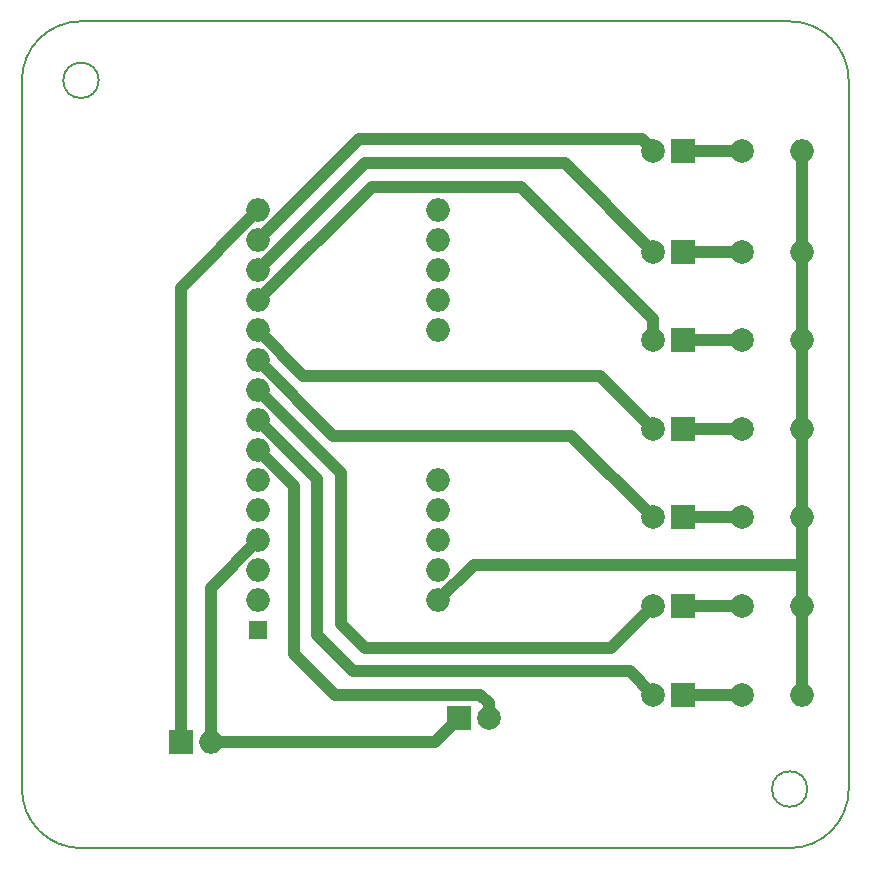
<source format=gbr>
%TF.GenerationSoftware,KiCad,Pcbnew,8.0.7*%
%TF.CreationDate,2025-02-21T11:06:21-03:00*%
%TF.ProjectId,_autosave-Quantum_arduino,5f617574-6f73-4617-9665-2d5175616e74,rev?*%
%TF.SameCoordinates,Original*%
%TF.FileFunction,Profile,NP*%
%FSLAX46Y46*%
G04 Gerber Fmt 4.6, Leading zero omitted, Abs format (unit mm)*
G04 Created by KiCad (PCBNEW 8.0.7) date 2025-02-21 11:06:21*
%MOMM*%
%LPD*%
G01*
G04 APERTURE LIST*
%TA.AperFunction,Profile*%
%ADD10C,0.200000*%
%TD*%
%TA.AperFunction,ComponentPad*%
%ADD11R,2.000000X2.000000*%
%TD*%
%TA.AperFunction,ComponentPad*%
%ADD12C,2.000000*%
%TD*%
%TA.AperFunction,ComponentPad*%
%ADD13O,2.000000X2.000000*%
%TD*%
%TA.AperFunction,ComponentPad*%
%ADD14R,1.600000X1.600000*%
%TD*%
%TA.AperFunction,ComponentPad*%
%ADD15O,0.100000X0.100000*%
%TD*%
%TA.AperFunction,Conductor*%
%ADD16C,1.000000*%
%TD*%
%TA.AperFunction,Conductor*%
%ADD17C,0.200000*%
%TD*%
G04 APERTURE END LIST*
D10*
X103927620Y-50000000D02*
G75*
G02*
X100927620Y-50000000I-1500000J0D01*
G01*
X100927620Y-50000000D02*
G75*
G02*
X103927620Y-50000000I1500000J0D01*
G01*
X97427620Y-50000000D02*
X97427620Y-110000000D01*
X102427620Y-115000000D02*
G75*
G02*
X97427600Y-110000000I-20J5000000D01*
G01*
X167427620Y-110000000D02*
G75*
G02*
X162427620Y-115000020I-5000020J0D01*
G01*
X163927620Y-110000000D02*
G75*
G02*
X160927620Y-110000000I-1500000J0D01*
G01*
X160927620Y-110000000D02*
G75*
G02*
X163927620Y-110000000I1500000J0D01*
G01*
X97427620Y-50000000D02*
G75*
G02*
X102427620Y-45000020I4999980J0D01*
G01*
X162427620Y-45000000D02*
G75*
G02*
X167427600Y-50000000I-20J-5000000D01*
G01*
X102427620Y-115000000D02*
X162427620Y-115000000D01*
X167427620Y-110000000D02*
X167427620Y-50000000D01*
X162427620Y-45000000D02*
X102427620Y-45000000D01*
D11*
%TO.P,Qubit0,1,K*%
%TO.N,Net-(Qubit0-K)*%
X153427620Y-56000000D03*
D12*
%TO.P,Qubit0,2,A*%
%TO.N,Net-(A1-D11)*%
X150887620Y-56000000D03*
%TD*%
D11*
%TO.P,Superposition1,1,K*%
%TO.N,Net-(J1-Pin_2)*%
X134427620Y-104000000D03*
D12*
%TO.P,Superposition1,2,A*%
%TO.N,Net-(A1-D4)*%
X136967620Y-104000000D03*
%TD*%
D11*
%TO.P,Qubit1,1,K*%
%TO.N,Net-(Qubit1-K)*%
X153427620Y-64500000D03*
D12*
%TO.P,Qubit1,2,A*%
%TO.N,Net-(A1-D10)*%
X150887620Y-64500000D03*
%TD*%
D11*
%TO.P,Qubit6,1,K*%
%TO.N,Net-(Qubit6-K)*%
X153427620Y-102000000D03*
D12*
%TO.P,Qubit6,2,A*%
%TO.N,Net-(A1-D5)*%
X150887620Y-102000000D03*
%TD*%
D11*
%TO.P,J1,1,Pin_1*%
%TO.N,Net-(A1-D12)*%
X110887620Y-106000000D03*
D13*
%TO.P,J1,2,Pin_2*%
%TO.N,Net-(J1-Pin_2)*%
X113427620Y-106000000D03*
%TD*%
D11*
%TO.P,Qubit4,1,K*%
%TO.N,Net-(Qubit4-K)*%
X153427620Y-87000000D03*
D12*
%TO.P,Qubit4,2,A*%
%TO.N,Net-(A1-D7)*%
X150887620Y-87000000D03*
%TD*%
D11*
%TO.P,Qubit5,1,K*%
%TO.N,Net-(Qubit5-K)*%
X153427620Y-94500000D03*
D12*
%TO.P,Qubit5,2,A*%
%TO.N,Net-(A1-D6)*%
X150887620Y-94500000D03*
%TD*%
D11*
%TO.P,Qubit3,1,K*%
%TO.N,Net-(Qubit3-K)*%
X153427620Y-79500000D03*
D12*
%TO.P,Qubit3,2,A*%
%TO.N,Net-(A1-D8)*%
X150887620Y-79500000D03*
%TD*%
D11*
%TO.P,Qubit2,1,K*%
%TO.N,Net-(Qubit2-K)*%
X153427620Y-72000000D03*
D12*
%TO.P,Qubit2,2,A*%
%TO.N,Net-(A1-D9)*%
X150887620Y-72000000D03*
%TD*%
%TO.P,R16,1*%
%TO.N,Net-(Qubit6-K)*%
X158427620Y-102000000D03*
D13*
%TO.P,R16,2*%
%TO.N,Net-(A1-GND-Pad29)*%
X163507620Y-102000000D03*
%TD*%
D12*
%TO.P,R12,1*%
%TO.N,Net-(Qubit2-K)*%
X158427620Y-72000000D03*
D13*
%TO.P,R12,2*%
%TO.N,Net-(A1-GND-Pad29)*%
X163507620Y-72000000D03*
%TD*%
D12*
%TO.P,R11,1*%
%TO.N,Net-(Qubit1-K)*%
X158427620Y-64500000D03*
D13*
%TO.P,R11,2*%
%TO.N,Net-(A1-GND-Pad29)*%
X163507620Y-64500000D03*
%TD*%
D12*
%TO.P,R10,1*%
%TO.N,Net-(Qubit0-K)*%
X158427620Y-56000000D03*
D13*
%TO.P,R10,2*%
%TO.N,Net-(A1-GND-Pad29)*%
X163507620Y-56000000D03*
%TD*%
D12*
%TO.P,R14,1*%
%TO.N,Net-(Qubit4-K)*%
X158427620Y-87000000D03*
D13*
%TO.P,R14,2*%
%TO.N,Net-(A1-GND-Pad29)*%
X163507620Y-87000000D03*
%TD*%
D12*
%TO.P,R13,1*%
%TO.N,Net-(Qubit3-K)*%
X158427620Y-79500000D03*
D13*
%TO.P,R13,2*%
%TO.N,Net-(A1-GND-Pad29)*%
X163507620Y-79500000D03*
%TD*%
D14*
%TO.P,A1,1,D1/TX*%
%TO.N,unconnected-(A1-D1{slash}TX-Pad1)*%
X117427620Y-96560000D03*
D13*
%TO.P,A1,2,D0/RX*%
%TO.N,unconnected-(A1-D0{slash}RX-Pad2)*%
X117427620Y-94020000D03*
%TO.P,A1,3,~{RESET}*%
%TO.N,unconnected-(A1-~{RESET}-Pad3)*%
X117427620Y-91480000D03*
%TO.P,A1,4,GND*%
%TO.N,Net-(J1-Pin_2)*%
X117427620Y-88940000D03*
%TO.P,A1,5,D2*%
%TO.N,unconnected-(A1-D2-Pad5)*%
X117427620Y-86400000D03*
%TO.P,A1,6,D3*%
%TO.N,unconnected-(A1-D3-Pad6)*%
X117427620Y-83860000D03*
%TO.P,A1,7,D4*%
%TO.N,Net-(A1-D4)*%
X117427620Y-81320000D03*
%TO.P,A1,8,D5*%
%TO.N,Net-(A1-D5)*%
X117427620Y-78780000D03*
%TO.P,A1,9,D6*%
%TO.N,Net-(A1-D6)*%
X117427620Y-76240000D03*
%TO.P,A1,10,D7*%
%TO.N,Net-(A1-D7)*%
X117427620Y-73700000D03*
%TO.P,A1,11,D8*%
%TO.N,Net-(A1-D8)*%
X117427620Y-71160000D03*
%TO.P,A1,12,D9*%
%TO.N,Net-(A1-D9)*%
X117427620Y-68620000D03*
%TO.P,A1,13,D10*%
%TO.N,Net-(A1-D10)*%
X117427620Y-66080000D03*
%TO.P,A1,14,D11*%
%TO.N,Net-(A1-D11)*%
X117427620Y-63540000D03*
%TO.P,A1,15,D12*%
%TO.N,Net-(A1-D12)*%
X117427620Y-61000000D03*
%TO.P,A1,16,D13*%
%TO.N,unconnected-(A1-D13-Pad16)*%
X132667620Y-61000000D03*
%TO.P,A1,17,3V3*%
%TO.N,unconnected-(A1-3V3-Pad17)*%
X132667620Y-63540000D03*
%TO.P,A1,18,AREF*%
%TO.N,unconnected-(A1-AREF-Pad18)*%
X132667620Y-66080000D03*
%TO.P,A1,19,A0*%
%TO.N,unconnected-(A1-A0-Pad19)*%
X132667620Y-68620000D03*
%TO.P,A1,20,A1*%
%TO.N,unconnected-(A1-A1-Pad20)*%
X132667620Y-71160000D03*
D15*
%TO.P,A1,21,A2*%
%TO.N,unconnected-(A1-A2-Pad21)*%
X132667620Y-73700000D03*
%TO.P,A1,22,A3*%
%TO.N,unconnected-(A1-A3-Pad22)*%
X132667620Y-76240000D03*
%TO.P,A1,23,A4*%
%TO.N,unconnected-(A1-A4-Pad23)*%
X132667620Y-78780000D03*
%TO.P,A1,24,A5*%
%TO.N,unconnected-(A1-A5-Pad24)*%
X132667620Y-81320000D03*
D13*
%TO.P,A1,25,A6*%
%TO.N,unconnected-(A1-A6-Pad25)*%
X132667620Y-83860000D03*
%TO.P,A1,26,A7*%
%TO.N,unconnected-(A1-A7-Pad26)*%
X132667620Y-86400000D03*
%TO.P,A1,27,+5V*%
%TO.N,unconnected-(A1-+5V-Pad27)*%
X132667620Y-88940000D03*
%TO.P,A1,28,~{RESET}*%
%TO.N,unconnected-(A1-~{RESET}-Pad28)*%
X132667620Y-91480000D03*
%TO.P,A1,29,GND*%
%TO.N,Net-(A1-GND-Pad29)*%
X132667620Y-94020000D03*
D15*
%TO.P,A1,30,VIN*%
%TO.N,unconnected-(A1-VIN-Pad30)*%
X132667620Y-96560000D03*
%TD*%
D12*
%TO.P,R15,1*%
%TO.N,Net-(Qubit5-K)*%
X158427620Y-94500000D03*
D13*
%TO.P,R15,2*%
%TO.N,Net-(A1-GND-Pad29)*%
X163507620Y-94500000D03*
%TD*%
D16*
%TO.N,Net-(A1-D8)*%
X121257620Y-74990000D02*
X117427620Y-71160000D01*
X150887620Y-79500000D02*
X146377620Y-74990000D01*
X146377620Y-74990000D02*
X121257620Y-74990000D01*
%TO.N,Net-(A1-D5)*%
X122427620Y-83780000D02*
X117427620Y-78780000D01*
X122427620Y-97000000D02*
X122427620Y-83780000D01*
X125427620Y-100000000D02*
X122427620Y-97000000D01*
X148887620Y-100000000D02*
X125427620Y-100000000D01*
X150887620Y-102000000D02*
X148887620Y-100000000D01*
%TO.N,Net-(A1-D9)*%
X150887620Y-70230000D02*
X139657620Y-59000000D01*
X150887620Y-72000000D02*
X150887620Y-70230000D01*
X127047620Y-59000000D02*
X117427620Y-68620000D01*
X139657620Y-59000000D02*
X127047620Y-59000000D01*
%TO.N,Net-(A1-D10)*%
X150887620Y-64500000D02*
X143387620Y-57000000D01*
X126507620Y-57000000D02*
X117427620Y-66080000D01*
X143387620Y-57000000D02*
X126507620Y-57000000D01*
%TO.N,Net-(A1-D6)*%
X124427620Y-83240000D02*
X117427620Y-76240000D01*
X150887620Y-94500000D02*
X147327620Y-98060000D01*
X147327620Y-98060000D02*
X126487620Y-98060000D01*
X124427620Y-96000000D02*
X124427620Y-83240000D01*
X126487620Y-98060000D02*
X124427620Y-96000000D01*
%TO.N,Net-(A1-D7)*%
X143957620Y-80070000D02*
X123797620Y-80070000D01*
X123797620Y-80070000D02*
X117427620Y-73700000D01*
X150887620Y-87000000D02*
X143957620Y-80070000D01*
%TO.N,Net-(A1-D12)*%
X110887620Y-67540000D02*
X117427620Y-61000000D01*
X110887620Y-106000000D02*
X110887620Y-67540000D01*
%TO.N,Net-(A1-D4)*%
X120427620Y-84320000D02*
X117427620Y-81320000D01*
X136967620Y-104000000D02*
X136967620Y-102727208D01*
X136240412Y-102000000D02*
X123894828Y-102000000D01*
X123894828Y-102000000D02*
X120427620Y-98532792D01*
X120427620Y-98532792D02*
X120427620Y-84320000D01*
X136967620Y-102727208D02*
X136240412Y-102000000D01*
%TO.N,Net-(A1-D11)*%
X149887620Y-55000000D02*
X125967620Y-55000000D01*
X150887620Y-56000000D02*
X149887620Y-55000000D01*
X125967620Y-55000000D02*
X117427620Y-63540000D01*
%TO.N,Net-(A1-GND-Pad29)*%
X163507620Y-56000000D02*
X163507620Y-91000000D01*
X163507620Y-91000000D02*
X163507620Y-102000000D01*
X163507620Y-91000000D02*
X135687620Y-91000000D01*
X135687620Y-91000000D02*
X132667620Y-94020000D01*
%TO.N,Net-(Qubit0-K)*%
X153427620Y-56000000D02*
X156427620Y-56000000D01*
X156427620Y-56000000D02*
X158427620Y-56000000D01*
D17*
%TO.N,Net-(Qubit1-K)*%
X157427620Y-64500000D02*
X158427620Y-64500000D01*
D16*
X153427620Y-64500000D02*
X158427620Y-64500000D01*
D17*
X156427620Y-64500000D02*
X157427620Y-64500000D01*
D16*
X156427620Y-64500000D02*
X153427620Y-64500000D01*
%TO.N,Net-(Qubit2-K)*%
X153427620Y-72000000D02*
X158427620Y-72000000D01*
%TO.N,Net-(Qubit3-K)*%
X153427620Y-79500000D02*
X158427620Y-79500000D01*
%TO.N,Net-(Qubit4-K)*%
X153427620Y-87000000D02*
X158427620Y-87000000D01*
%TO.N,Net-(Qubit5-K)*%
X153427620Y-94500000D02*
X158427620Y-94500000D01*
%TO.N,Net-(Qubit6-K)*%
X153427620Y-102000000D02*
X158427620Y-102000000D01*
%TO.N,Net-(J1-Pin_2)*%
X113427620Y-92940000D02*
X117427620Y-88940000D01*
X132427620Y-106000000D02*
X134427620Y-104000000D01*
X113427620Y-106000000D02*
X113427620Y-92940000D01*
X113427620Y-106000000D02*
X132427620Y-106000000D01*
%TD*%
M02*

</source>
